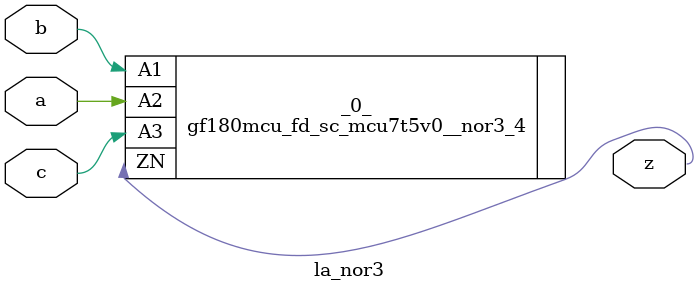
<source format=v>

/* Generated by Yosys 0.44 (git sha1 80ba43d26, g++ 11.4.0-1ubuntu1~22.04 -fPIC -O3) */

(* top =  1  *)
(* src = "generated" *)
module la_nor3 (
    a,
    b,
    c,
    z
);
  (* src = "generated" *)
  input a;
  wire a;
  (* src = "generated" *)
  input b;
  wire b;
  (* src = "generated" *)
  input c;
  wire c;
  (* src = "generated" *)
  output z;
  wire z;
  gf180mcu_fd_sc_mcu7t5v0__nor3_4 _0_ (
      .A1(b),
      .A2(a),
      .A3(c),
      .ZN(z)
  );
endmodule

</source>
